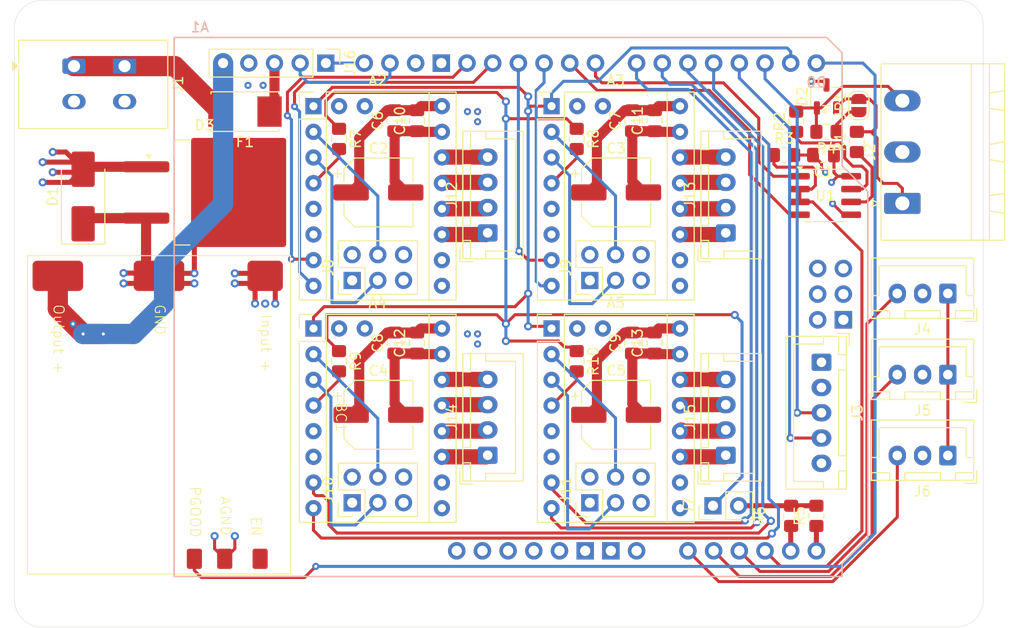
<source format=kicad_pcb>
(kicad_pcb (version 20241229) (generator "pcbnew") (generator_version "9.0")
  (title_block (title "MPC01") (date "2026-02-21") (rev "V0.1") (company "KTLA/Litec"))
  (layers (0 "F.Cu" signal "Front") (4 "In1.Cu" signal) (6 "In2.Cu" signal) (2 "B.Cu" signal "Back") (13 "F.Paste" user) (15 "B.Paste" user) (5 "F.SilkS" user) (7 "B.SilkS" user) (1 "F.Mask" user) (3 "B.Mask" user) (25 "Edge.Cuts" user))
  (net 0 "")
  (net 1 "EndstopY")
  (net 4 "STEP2")
  (net 5 "GND")
  (net 7 "DIR4")
  (net 9 "RS485_TX")
  (net 11 "DIR2")
  (net 12 "STEP3")
  (net 13 "RS485_DE{slash}RE")
  (net 17 "PGOOD")
  (net 18 "STEP1")
  (net 19 "RX")
  (net 20 "Motor2")
  (net 21 "DIR3")
  (net 22 "TX")
  (net 23 "DIR1")
  (net 24 "EndstopX")
  (net 25 "Motor1")
  (net 27 "5V")
  (net 29 "STEP4")
  (net 30 "RS485_RX")
  (net 31 "+3V3")
  (net 32 "EndstopZ")
  (net 34 "Net-(A2-MS1)")
  (net 35 "Net-(A2-B1)")
  (net 37 "Net-(A2-MS2)")
  (net 38 "+24V")
  (net 39 "Net-(A2-A1)")
  (net 40 "ENABLE")
  (net 42 "Net-(A2-A2)")
  (net 44 "Net-(A2-RX)")
  (net 45 "Net-(A2-B2)")
  (net 46 "Net-(A3-RX)")
  (net 47 "Net-(A3-MS1)")
  (net 49 "Net-(A3-A1)")
  (net 51 "Net-(A3-B2)")
  (net 52 "Net-(A3-MS2)")
  (net 53 "Net-(A3-A2)")
  (net 55 "Net-(A3-B1)")
  (net 59 "Net-(A4-A1)")
  (net 61 "Net-(A4-MS1)")
  (net 62 "Net-(A4-B2)")
  (net 63 "Net-(A4-MS2)")
  (net 64 "Net-(A4-B1)")
  (net 66 "Net-(A4-RX)")
  (net 67 "Net-(A4-A2)")
  (net 68 "Net-(A5-MS1)")
  (net 70 "Net-(A5-B2)")
  (net 72 "Net-(A5-A2)")
  (net 73 "Net-(A5-A1)")
  (net 74 "Net-(A5-B1)")
  (net 77 "Net-(A5-MS2)")
  (net 78 "Net-(A5-RX)")
  (net 80 "Net-(J1-Pin_1)")
  (net 81 "PDNUart")
  (net 82 "RS485_A")
  (net 83 "RS485_B")
  (net 84 "Net-(D2-A2)")
  (net 85 "Net-(D2-A1)")
  (net 86 "Net-(JP1-A)")
  (net 88 "Net-(J4-Pin_1)")
  (net 89 "Net-(J7-Pin_2)")
  (net 90 "Net-(J16-Pin_2)")
  (net 91 "Net-(J16-Pin_1)")
  (footprint "Jumper:SolderJumper-2_P1.3mm_Open_RoundedPad1.0x1.5mm" (layer "F.Cu") (at 147.7 53.4 90)
    (property "Reference" "JP1")
    (property "Value" "Jumper_2_Open")
  )
  (footprint "Resistor_SMD:R_0805_2012Metric_Pad1.20x1.40mm_HandSolder" (layer "F.Cu") (at 144.5 56 180)
    (property "Reference" "R4")
    (property "Value" "120R")
  )
  (footprint "MPC01_lib:TMC2209" (layer "F.Cu") (at 92.315 52)
    (property "Reference" "A2")
    (property "Value" "TMC2209")
  )
  (footprint "Resistor_SMD:R_0805_2012Metric_Pad1.20x1.40mm_HandSolder" (layer "F.Cu") (at 141.5 55 90)
    (property "Reference" "R2")
    (property "Value" "10R")
  )
  (footprint "MPC01_lib:DC-DC Step Down Buck Converter (6~24V to 5V16A)" (layer "F.Cu") (at 78.5 84 -90)
    (property "Reference" "BC1")
    (property "Value" "~")
  )
  (footprint "Capacitor_SMD:C_0805_2012Metric_Pad1.18x1.45mm_HandSolder" (layer "F.Cu") (at 104 54.9 90)
    (property "Reference" "C10")
    (property "Value" "4,7uF")
  )
  (footprint "Resistor_SMD:R_0805_2012Metric_Pad1.20x1.40mm_HandSolder" (layer "F.Cu") (at 119.8 56.7 -90)
    (property "Reference" "R8")
    (property "Value" "1K")
  )
  (footprint "MPC01_lib:PinHeader_2x03_P2.54mm_Vertical_ Pinorder" (layer "F.Cu") (at 121.1 70.7 90)
    (property "Reference" "J9")
    (property "Value" "Microstepping")
  )
  (footprint "TerminalBlock_WAGO:TerminalBlock_WAGO_2601-1102_1x02_P3.50mm_Horizontal" (layer "F.Cu") (at 70.1 49.5 -90)
    (property "Reference" "J1")
    (property "Value" "Power 24V")
  )
  (footprint "Connector_Phoenix_MSTB:PhoenixContact_MSTBA_2,5_3-G-5,08_1x03_P5.08mm_Horizontal" (layer "F.Cu") (at 152 63.08 90)
    (property "Reference" "J2")
    (property "Value" "Conn_01x03_Pin")
  )
  (footprint "MPC01_lib:TO-263-2_TabPin2" (layer "F.Cu") (at 84.875 62)
    (property "Reference" "D3")
    (property "Value" "STPS20SM60SG")
  )
  (footprint "Capacitor_SMD:CP_Elec_6.3x7.7" (layer "F.Cu") (at 123.7 62)
    (property "Reference" "C3")
    (property "Value" "100uf")
  )
  (footprint "Resistor_SMD:R_0805_2012Metric_Pad1.20x1.40mm_HandSolder" (layer "F.Cu") (at 147.5 57 90)
    (property "Reference" "R1")
    (property "Value" "10R")
  )
  (footprint "Connector_JST:JST_XH_B3B-XH-A_1x03_P2.50mm_Vertical" (layer "F.Cu") (at 156.5 80.025 180)
    (property "Reference" "J5")
    (property "Value" "Endstop Y")
  )
  (footprint "Capacitor_SMD:C_0805_2012Metric_Pad1.18x1.45mm_HandSolder" (layer "F.Cu") (at 127.5 54.9 90)
    (property "Reference" "C11")
    (property "Value" "4,7uF")
  )
  (footprint "MPC01_lib:TMC2209" (layer "F.Cu") (at 92.315 74)
    (property "Reference" "A4")
    (property "Value" "TMC2209")
  )
  (footprint "Package_SO:SOP-8_3.76x4.96mm_P1.27mm" (layer "F.Cu") (at 144.4 62.3)
    (property "Reference" "U1")
    (property "Value" "TP8485E-SR")
  )
  (footprint "Capacitor_SMD:C_0805_2012Metric_Pad1.18x1.45mm_HandSolder" (layer "F.Cu") (at 125.3 76.9 90)
    (property "Reference" "C9")
    (property "Value" "1uF")
  )
  (footprint "Connector_JST:JST_XH_B4B-XH-A_1x04_P2.50mm_Vertical" (layer "F.Cu") (at 111 88 90)
    (property "Reference" "J14")
    (property "Value" "StepMotor 3")
  )
  (footprint "Resistor_SMD:R_0805_2012Metric_Pad1.20x1.40mm_HandSolder" (layer "F.Cu") (at 143.5 94 90)
    (property "Reference" "R5")
    (property "Value" "1K")
  )
  (footprint "Diode_SMD:D_SMB_Handsoldering" (layer "F.Cu") (at 71 62.4 90)
    (property "Reference" "D1")
    (property "Value" "D_TVS")
  )
  (footprint "Connector_JST:JST_XH_B4B-XH-A_1x04_P2.50mm_Vertical" (layer "F.Cu") (at 134.54 88 90)
    (property "Reference" "J15")
    (property "Value" "StepMotor 4")
  )
  (footprint "Connector_JST:JST_XH_B4B-XH-A_1x04_P2.50mm_Vertical" (layer "F.Cu") (at 134.54 66 90)
    (property "Reference" "J13")
    (property "Value" "StepMotor 2")
  )
  (footprint "Resistor_SMD:R_0805_2012Metric_Pad1.20x1.40mm_HandSolder" (layer "F.Cu") (at 96.3 78.7 -90)
    (property "Reference" "R9")
    (property "Value" "1K")
  )
  (footprint "Resistor_SMD:R_0805_2012Metric_Pad1.20x1.40mm_HandSolder" (layer "F.Cu") (at 96.3 56.7 -90)
    (property "Reference" "R7")
    (property "Value" "1K")
  )
  (footprint "Connector_JST:JST_XH_B5B-XH-A_1x05_P2.50mm_Vertical" (layer "F.Cu") (at 144 78.8 -90)
    (property "Reference" "J3")
    (property "Value" "Servo Motor 1u2")
  )
  (footprint "Resistor_SMD:R_0805_2012Metric_Pad1.20x1.40mm_HandSolder" (layer "F.Cu") (at 119.8 78.7 -90)
    (property "Reference" "R10")
    (property "Value" "1K")
  )
  (footprint "Resistor_SMD:R_0805_2012Metric_Pad1.20x1.40mm_HandSolder" (layer "F.Cu") (at 141 94 90)
    (property "Reference" "R6")
    (property "Value" "1K")
  )
  (footprint "Capacitor_SMD:CP_Elec_6.3x7.7" (layer "F.Cu") (at 123.7 84)
    (property "Reference" "C5")
    (property "Value" "100uf")
  )
  (footprint "Capacitor_SMD:C_0805_2012Metric_Pad1.18x1.45mm_HandSolder" (layer "F.Cu") (at 127.5 76.9 90)
    (property "Reference" "C13")
    (property "Value" "4,7uF")
  )
  (footprint "Package_TO_SOT_SMD:SOT-23-3" (layer "F.Cu") (at 144.5 52.5 90)
    (property "Reference" "D2")
    (property "Value" "SM712_SOT23")
  )
  (footprint "Capacitor_SMD:C_0805_2012Metric_Pad1.18x1.45mm_HandSolder" (layer "F.Cu") (at 125.3 54.9 90)
    (property "Reference" "C7")
    (property "Value" "1uF")
  )
  (footprint "Connector_JST:JST_XH_B4B-XH-A_1x04_P2.50mm_Vertical" (layer "F.Cu") (at 111 66 90)
    (property "Reference" "J12")
    (property "Value" "StepMotor 1")
  )
  (footprint "Connector_PinHeader_2.54mm:PinHeader_1x05_P2.54mm_Vertical" (layer "F.Cu") (at 95 49.2 -90)
    (property "Reference" "J16")
    (property "Value" "Conn_01x05_Pin")
  )
  (footprint "Capacitor_SMD:C_0805_2012Metric_Pad1.18x1.45mm_HandSolder" (layer "F.Cu") (at 101.8 54.9 90)
    (property "Reference" "C6")
    (property "Value" "1uF")
  )
  (footprint "MPC01_lib:TMC2209" (layer "F.Cu") (at 115.855 52)
    (property "Reference" "A3")
    (property "Value" "TMC2209")
  )
  (footprint "Capacitor_SMD:C_0805_2012Metric_Pad1.18x1.45mm_HandSolder" (layer "F.Cu") (at 144.2 58.3 180)
    (property "Reference" "C1")
    (property "Value" "100n")
  )
  (footprint "Connector_PinHeader_2.54mm:PinHeader_1x02_P2.54mm_Vertical" (layer "F.Cu") (at 133.275 93 90)
    (property "Reference" "J7")
    (property "Value" "0Ohm Jumper")
  )
  (footprint "MPC01_lib:PinHeader_2x03_P2.54mm_Vertical_ Pinorder" (layer "F.Cu") (at 97.6 70.7 90)
    (property "Reference" "J8")
    (property "Value" "Microstepping")
  )
  (footprint "PCM_arduino-library:Arduino_Uno_R3_Shield" (layer "F.Cu") (at 80 100)
    (property "Reference" "A1")
    (property "Value" "Arduino_Uno_R3_Shield")
  )
  (footprint "Capacitor_SMD:CP_Elec_6.3x7.7" (layer "F.Cu") (at 100.2 84)
    (property "Reference" "C4")
    (property "Value" "100uf")
  )
  (footprint "Capacitor_SMD:C_0805_2012Metric_Pad1.18x1.45mm_HandSolder" (layer "F.Cu") (at 101.8 76.9 90)
    (property "Reference" "C8")
    (property "Value" "1uF")
  )
  (footprint "Fuse:Fuseholder_Littelfuse_Nano2_157x" (layer "F.Cu") (at 87 54 180)
    (property "Reference" "F1")
    (property "Value" "10A Sicherung Verpolung")
  )
  (footprint "Connector_JST:JST_XH_B3B-XH-A_1x03_P2.50mm_Vertical" (layer "F.Cu") (at 156.5 88.025 180)
    (property "Reference" "J6")
    (property "Value" "Endstop Z")
  )
  (footprint "Capacitor_SMD:CP_Elec_6.3x7.7" (layer "F.Cu") (at 100.2 62)
    (property "Reference" "C2")
    (property "Value" "100uf")
  )
  (footprint "MPC01_lib:PinHeader_2x03_P2.54mm_Vertical_ Pinorder" (layer "F.Cu") (at 97.6 92.7 90)
    (property "Reference" "J10")
    (property "Value" "Microstepping")
  )
  (footprint "Capacitor_SMD:C_0805_2012Metric_Pad1.18x1.45mm_HandSolder" (layer "F.Cu") (at 104 76.9 90)
    (property "Reference" "C12")
    (property "Value" "4,7uF")
  )
  (footprint "MPC01_lib:TMC2209" (layer "F.Cu") (at 115.855 74)
    (property "Reference" "A5")
    (property "Value" "TMC2209")
  )
  (footprint "MPC01_lib:PinHeader_2x03_P2.54mm_Vertical_ Pinorder" (layer "F.Cu") (at 121.1 92.7 90)
    (property "Reference" "J11")
    (property "Value" "Microstepping")
  )
  (footprint "Resistor_SMD:R_0805_2012Metric_Pad1.20x1.40mm_HandSolder" (layer "F.Cu") (at 140.3 58.3)
    (property "Reference" "R3")
    (property "Value" "10K")
  )
  (footprint "Connector_JST:JST_XH_B3B-XH-A_1x03_P2.50mm_Vertical" (layer "F.Cu") (at 156.5 72 180)
    (property "Reference" "J4")
    (property "Value" "Endstop X")
  )
  (gr_line (start 64.207108 45.707107) (end 64.207107 102.286744) (stroke (width 0.0381)) (layer "Edge.Cuts"))
  (gr_line (start 157.5858 43) (end 66.914214 43.000008) (stroke (width 0.0381)) (layer "Edge.Cuts"))
  (gr_arc (start 157.585786 43) (mid 159.292893 43.707107) (end 160 45.414214) (stroke (width 0.0381)) (layer "Edge.Cuts"))
  (gr_line (start 66.914214 105) (end 157.292893 105) (stroke (width 0.0381)) (layer "Edge.Cuts"))
  (gr_arc (start 160 102.292893) (mid 159.207107 104.207107) (end 157.292893 105) (stroke (width 0.0381)) (layer "Edge.Cuts"))
  (gr_arc (start 64.207107 45.707107) (mid 65 43.792893) (end 66.914214 43) (stroke (width 0.0381)) (layer "Edge.Cuts"))
  (gr_line (start 160 102.292893) (end 159.999999 45.414214) (stroke (width 0.0381)) (layer "Edge.Cuts"))
  (gr_arc (start 66.914214 105) (mid 65 104.207107) (end 64.207107 102.292893) (stroke (width 0.0381)) (layer "Edge.Cuts"))
  (segment (start 135.882 100.002) (end 133.34 97.46) (width 0.3) (layer "F.Cu") (net 1))
  (segment (start 149.002 95.91504) (end 144.91504 100.002) (width 0.3) (layer "F.Cu") (net 1))
  (segment (start 151.5 80.025) (end 149.002 82.523) (width 0.3) (layer "F.Cu") (net 1))
  (segment (start 144.91504 100.002) (end 135.882 100.002) (width 0.3) (layer "F.Cu") (net 1))
  (segment (start 149.002 82.523) (end 149.002 95.91504) (width 0.3) (layer "F.Cu") (net 1))
  (segment (start 114.1 67.8) (end 115 68.7) (width 0.3) (layer "F.Cu") (net 4))
  (segment (start 115 68.7) (end 117.315 68.7) (width 0.3) (layer "F.Cu") (net 4))
  (via (at 114.1 67.8) (size 0.8) (drill 0.4) (layers "F.Cu" "B.Cu") (net 4))
  (segment (start 114.036 49.2) (end 114.036 67.736) (width 0.3) (layer "B.Cu") (net 4))
  (segment (start 114.036 67.736) (end 114.1 67.8) (width 0.3) (layer "B.Cu") (net 4))
  (segment (start 101.8 77.9375) (end 101.8 82.9) (width 1) (layer "F.Cu") (net 5))
  (segment (start 130.015 56) (end 127.5625 56) (width 1) (layer "F.Cu") (net 5))
  (segment (start 82 66.375) (end 86.375 62) (width 0.5) (layer "F.Cu") (net 5))
  (segment (start 101.8 60.9) (end 102.9 62) (width 1) (layer "F.Cu") (net 5))
  (segment (start 77.225 68.975) (end 78.5 70.25) (width 1) (layer "F.Cu") (net 5))
  (segment (start 77.225 64.54) (end 71.56 64.54) (width 1) (layer "F.Cu") (net 5))
  (segment (start 77.225 64.54) (end 77.225 68.975) (width 1) (layer "F.Cu") (net 5))
  (segment (start 75 71) (end 77.75 71) (width 0.5) (layer "F.Cu") (net 5))
  (segment (start 125.3 60.9) (end 126.4 62) (width 1) (layer "F.Cu") (net 5))
  (segment (start 106.475 78) (end 104.0625 78) (width 1) (layer "F.Cu") (net 5))
  (segment (start 146.205 64.205) (end 146.9375 64.205) (width 0.3) (layer "F.Cu") (net 5))
  (segment (start 84 96) (end 84 97.25) (width 0.3) (layer "F.Cu") (net 5))
  (segment (start 78.75 70) (end 78.5 70.25) (width 0.5) (layer "F.Cu") (net 5))
  (segment (start 127.5 77.9375) (end 125.3 77.9375) (width 1) (layer "F.Cu") (net 5))
  (segment (start 125.3 55.9375) (end 125.3 60.9) (width 1) (layer "F.Cu") (net 5))
  (segment (start 127.5625 78) (end 127.5 77.9375) (width 1) (layer "F.Cu") (net 5))
  (segment (start 127.5625 56) (end 127.5 55.9375) (width 1) (layer "F.Cu") (net 5))
  (segment (start 104.0625 56) (end 104 55.9375) (width 1) (layer "F.Cu") (net 5))
  (segment (start 143 51) (end 144.1375 51) (width 0.3) (layer "F.Cu") (net 5))
  (segment (start 82 70) (end 78.75 70) (width 0.5) (layer "F.Cu") (net 5))
  (segment (start 77.75 71) (end 78.5 70.25) (width 0.5) (layer "F.Cu") (net 5))
  (segment (start 130.015 78) (end 127.5625 78) (width 1) (layer "F.Cu") (net 5))
  (segment (start 127.5 55.9375) (end 125.3 55.9375) (width 1) (layer "F.Cu") (net 5))
  (segment (start 143.1625 58.3) (end 141.3 58.3) (width 0.3) (layer "F.Cu") (net 5))
  (segment (start 104.0625 78) (end 104 77.9375) (width 1) (layer "F.Cu") (net 5))
  (segment (start 125.3 82.9) (end 126.4 84) (width 1) (layer "F.Cu") (net 5))
  (segment (start 125.3 77.9375) (end 125.3 82.9) (width 1) (layer "F.Cu") (net 5))
  (segment (start 79.75 69) (end 78.5 70.25) (width 0.5) (layer "F.Cu") (net 5))
  (segment (start 78.226636 69.976636) (end 78.5 70.25) (width 0.5) (layer "F.Cu") (net 5))
  (segment (start 101.8 55.9375) (end 101.8 60.9) (width 1) (layer "F.Cu") (net 5))
  (segment (start 144 59.6) (end 144 59.1375) (width 0.3) (layer "F.Cu") (net 5))
  (segment (start 84 97.25) (end 85 98.25) (width 0.3) (layer "F.Cu") (net 5))
  (segment (start 101.8 82.9) (end 102.9 84) (width 1) (layer "F.Cu") (net 5))
  (segment (start 144.4 60) (end 144 59.6) (width 0.3) (layer "F.Cu") (net 5))
  (segment (start 144.1375 51) (end 144.5 51.3625) (width 0.3) (layer "F.Cu") (net 5))
  (segment (start 101.8 77.9375) (end 104 77.9375) (width 1) (layer "F.Cu") (net 5))
  (segment (start 86 96) (end 86 97.25) (width 0.3) (layer "F.Cu") (net 5))
  (segment (start 82 71) (end 79.25 71) (width 0.5) (layer "F.Cu") (net 5))
  (segment (start 77.25 69) (end 78.5 70.25) (width 0.5) (layer "F.Cu") (net 5))
  (segment (start 144 59.1375) (end 143.1625 58.3) (width 0.3) (layer "F.Cu") (net 5))
  (segment (start 71.56 64.54) (end 71 65.1) (width 1) (layer "F.Cu") (net 5))
  (segment (start 101.8 55.9375) (end 104 55.9375) (width 1) (layer "F.Cu") (net 5))
  (segment (start 106.475 56) (end 104.0625 56) (width 1) (layer "F.Cu") (net 5))
  (segment (start 145.1 63.1) (end 146.205 64.205) (width 0.3) (layer "F.Cu") (net 5))
  (segment (start 82 70) (end 82 66.375) (width 0.5) (layer "F.Cu") (net 5))
  (segment (start 86 97.25) (end 85 98.25) (width 0.3) (layer "F.Cu") (net 5))
  (segment (start 75 69.976636) (end 78.226636 69.976636) (width 0.5) (layer "F.Cu") (net 5))
  (segment (start 79.25 71) (end 78.5 70.25) (width 0.5) (layer "F.Cu") (net 5))
  (via (at 144.4 60) (size 0.7) (drill 0.3) (layers "F.Cu" "B.Cu") (net 5))
  (via (at 145.1 63.1) (size 0.7) (drill 0.3) (layers "F.Cu" "B.Cu") (net 5))
  (via (at 143 51) (size 0.7) (drill 0.3) (layers "F.Cu" "B.Cu") (net 5))
  (via (at 82 71) (size 0.8) (drill 0.4) (layers "F.Cu" "B.Cu") (net 5))
  (via (at 86 96) (size 0.8) (drill 0.4) (layers "F.Cu" "B.Cu") (net 5))
  (via (at 75 69.976636) (size 0.8) (drill 0.4) (layers "F.Cu" "B.Cu") (net 5))
  (via (at 82 70) (size 0.8) (drill 0.4) (layers "F.Cu" "B.Cu") (net 5))
  (via (at 75 71) (size 0.8) (drill 0.4) (layers "F.Cu" "B.Cu") (net 5))
  (via (at 84 96) (size 0.8) (drill 0.4) (layers "F.Cu" "B.Cu") (net 5))
  (segment (start 117.315 94.265) (end 117.315 93.24) (width 0.3) (layer "F.Cu") (net 7))
  (segment (start 118.248 95.198) (end 117.315 94.265) (width 0.3) (layer "F.Cu") (net 7))
  (segment (start 137.625 94.625) (end 137.052 95.198) (width 0.3) (layer "F.Cu") (net 7))
  (segment (start 137.052 95.198) (end 118.248 95.198) (width 0.3) (layer "F.Cu") (net 7))
  (via (at 137.625 94.625) (size 0.8) (drill 0.4) (layers "F.Cu" "B.Cu") (net 7))
  (segment (start 131.149 51.299) (end 137.6 57.75) (width 0.3) (layer "B.Cu") (net 7))
  (segment (start 128.26 50.56) (end 128.999 51.299) (width 0.3) (layer "B.Cu") (net 7))
  (segment (start 128.999 51.299) (end 131.149 51.299) (width 0.3) (layer "B.Cu") (net 7))
  (segment (start 128.26 49.2) (end 128.26 50.56) (width 0.3) (layer "B.Cu") (net 7))
  (segment (start 137.6 57.75) (end 137.6 94.6) (width 0.3) (layer "B.Cu") (net 7))
  (segment (start 137.6 94.6) (end 137.625 94.625) (width 0.3) (layer "B.Cu") (net 7))
  (segment (start 136.9 60.229999) (end 140.875001 64.205) (width 0.3) (layer "F.Cu") (net 9))
  (segment (start 121.816 51.9) (end 132.9 51.9) (width 0.3) (layer "F.Cu") (net 9))
  (segment (start 136.9 55.9) (end 136.9 60.229999) (width 0.3) (layer "F.Cu") (net 9))
  (segment (start 119.116 49.2) (end 121.816 51.9) (width 0.3) (layer "F.Cu") (net 9))
  (segment (start 140.875001 64.205) (end 141.8625 64.205) (width 0.3) (layer "F.Cu") (net 9))
  (segment (start 132.9 51.9) (end 136.9 55.9) (width 0.3) (layer "F.Cu") (net 9))
  (segment (start 115.8 51.9) (end 115.8 70.8) (width 0.3) (layer "B.Cu") (net 11))
  (segment (start 116.576 49.2) (end 116.576 51.124) (width 0.3) (layer "B.Cu") (net 11))
  (segment (start 116.24 71.24) (end 117.315 71.24) (width 0.3) (layer "B.Cu") (net 11))
  (segment (start 116.576 51.124) (end 115.8 51.9) (width 0.3) (layer "B.Cu") (net 11))
  (segment (start 115.8 70.8) (end 116.24 71.24) (width 0.3) (layer "B.Cu") (net 11))
  (segment (start 96.099 95.699) (end 95.3 94.9) (width 0.3) (layer "F.Cu") (net 12))
  (segment (start 137.801 95.699) (end 96.099 95.699) (width 0.3) (layer "F.Cu") (net 12))
  (segment (start 95.3 94.9) (end 95.3 92.6) (width 0.3) (layer "F.Cu") (net 12))
  (segment (start 93.775 91.775) (end 93.775 90.7) (width 0.3) (layer "F.Cu") (net 12))
  (segment (start 94.7 92) (end 94 92) (width 0.3) (layer "F.Cu") (net 12))
  (segment (start 139 94.5) (end 137.801 95.699) (width 0.3) (layer "F.Cu") (net 12))
  (segment (start 95.3 92.6) (end 94.7 92) (width 0.3) (layer "F.Cu") (net 12))
  (segment (start 94 92) (end 93.775 91.775) (width 0.3) (layer "F.Cu") (net 12))
  (via (at 139 94.5) (size 0.8) (drill 0.4) (layers "F.Cu" "B.Cu") (net 12))
  (segment (start 130.8 50.1) (end 130.8 49.2) (width 0.3) (layer "B.Cu") (net 12))
  (segment (start 139 94.5) (end 138.2 93.7) (width 0.3) (layer "B.Cu") (net 12))
  (segment (start 138.2 57.5) (end 130.8 50.1) (width 0.3) (layer "B.Cu") (net 12))
  (segment (start 138.2 93.7) (end 138.2 57.5) (width 0.3) (layer "B.Cu") (net 12))
  (segment (start 143.1 59.5) (end 139.6 59.5) (width 0.3) (layer "F.Cu") (net 13))
  (segment (start 143.4 61.3) (end 143.4 59.8) (width 0.3) (layer "F.Cu") (net 13))
  (segment (start 141.8625 61.665) (end 143.035 61.665) (width 0.3) (layer "F.Cu") (net 13))
  (segment (start 141.8625 62.935) (end 141.8625 61.665) (width 0.3) (layer "F.Cu") (net 13))
  (segment (start 139.3 59.2) (end 139.3 58.3) (width 0.3) (layer "F.Cu") (net 13))
  (segment (start 148 67.8) (end 148 95.5) (width 0.3) (layer "F.Cu") (net 13))
  (segment (start 141.8625 62.935) (end 143.135 62.935) (width 0.3) (layer "F.Cu") (net 13))
  (segment (start 139.96 99) (end 138.42 97.46) (width 0.3) (layer "F.Cu") (net 13))
  (segment (start 148 95.5) (end 144.5 99) (width 0.3) (layer "F.Cu") (net 13))
  (segment (start 143.035 61.665) (end 143.4 61.3) (width 0.3) (layer "F.Cu") (net 13))
  (segment (start 143.4 59.8) (end 143.1 59.5) (width 0.3) (layer "F.Cu") (net 13))
  (segment (start 143.135 62.935) (end 148 67.8) (width 0.3) (layer "F.Cu") (net 13))
  (segment (start 139.6 59.5) (end 139.3 59.2) (width 0.3) (layer "F.Cu") (net 13))
  (segment (start 144.5 99) (end 139.96 99) (width 0.3) (layer "F.Cu") (net 13))
  (segment (start 94 99) (end 92.9 100.1) (width 0.3) (layer "F.Cu") (net 17))
  (segment (start 82 99.4) (end 82 98.25) (width 0.3) (layer "F.Cu") (net 17))
  (segment (start 92.9 100.1) (end 82.7 100.1) (width 0.3) (layer "F.Cu") (net 17))
  (segment (start 82.7 100.1) (end 82 99.4) (width 0.3) (layer "F.Cu") (net 17))
  (via (at 94 99) (size 0.7) (drill 0.3) (layers "F.Cu" "B.Cu") (net 17))
  (segment (start 149.3 50.4) (end 149.3 95.7) (width 0.3) (layer "B.Cu") (net 17))
  (segment (start 149.3 95.7) (end 146 99) (width 0.3) (layer "B.Cu") (net 17))
  (segment (start 146 99) (end 94 99) (width 0.3) (layer "B.Cu") (net 17))
  (segment (start 148.1 49.2) (end 149.3 50.4) (width 0.3) (layer "B.Cu") (net 17))
  (segment (start 143.5 49.2) (end 148.1 49.2) (width 0.3) (layer "B.Cu") (net 17))
  (segment (start 91.6 68.6) (end 93.675 68.6) (width 0.3) (layer "F.Cu") (net 18))
  (segment (start 107.557 50.599) (end 108.956 49.2) (width 0.3) (layer "F.Cu") (net 18))
  (segment (start 93.675 68.6) (end 93.775 68.7) (width 0.3) (layer "F.Cu") (net 18))
  (segment (start 92.692479 50.599) (end 107.557 50.599) (width 0.3) (layer "F.Cu") (net 18))
  (segment (start 91.2 54.4) (end 91.2 52.091479) (width 0.3) (layer "F.Cu") (net 18))
  (segment (start 91.2 52.091479) (end 92.692479 50.599) (width 0.3) (layer "F.Cu") (net 18))
  (via (at 91.6 68.6) (size 0.7) (drill 0.3) (layers "F.Cu" "B.Cu") (net 18))
  (via (at 91.2 54.4) (size 0.7) (drill 0.3) (layers "F.Cu" "B.Cu") (net 18))
  (segment (start 91.2 54.4) (end 91.6 54.8) (width 0.3) (layer "B.Cu") (net 18))
  (segment (start 91.6 54.8) (end 91.6 68.6) (width 0.3) (layer "B.Cu") (net 18))
  (segment (start 143.5 95) (end 143.5 97.46) (width 0.5) (layer "F.Cu") (net 19))
  (segment (start 144 86.3) (end 140.95 86.3) (width 0.3) (layer "F.Cu") (net 20))
  (via (at 140.95 86.3) (size 0.8) (drill 0.4) (layers "F.Cu" "B.Cu") (net 20))
  (segment (start 140.85 86.2) (end 140.95 86.3) (width 0.3) (layer "B.Cu") (net 20))
  (segment (start 135.88 49.2) (end 135.88 50.68) (width 0.3) (layer "B.Cu") (net 20))
  (segment (start 140.85 55.65) (end 140.85 86.2) (width 0.3) (layer "B.Cu") (net 20))
  (segment (start 135.88 50.68) (end 140.85 55.65) (width 0.3) (layer "B.Cu") (net 20))
  (segment (start 94.55 96.2) (end 93.775 95.425) (width 0.3) (layer "F.Cu") (net 21))
  (segment (start 93.775 95.425) (end 93.775 93.24) (width 0.3) (layer "F.Cu") (net 21))
  (segment (start 138.65 96.2) (end 94.55 96.2) (width 0.3) (layer "F.Cu") (net 21))
  (segment (start 139.1 95.75) (end 138.65 96.2) (width 0.3) (layer "F.Cu") (net 21))
  (via (at 139.1 95.75) (size 0.8) (drill 0.4) (layers "F.Cu" "B.Cu") (net 21))
  (segment (start 133.34 51.79) (end 138.8 57.25) (width 0.3) (layer "B.Cu") (net 21))
  (segment (start 133.34 49.2) (end 133.34 51.79) (width 0.3) (layer "B.Cu") (net 21))
  (segment (start 139.751 93.251) (end 139.751 95.099) (width 0.3) (layer "B.Cu") (net 21))
  (segment (start 139.751 95.099) (end 139.1 95.75) (width 0.3) (layer "B.Cu") (net 21))
  (segment (start 138.8 92.3) (end 139.751 93.251) (width 0.3) (layer "B.Cu") (net 21))
  (segment (start 138.8 57.25) (end 138.8 92.3) (width 0.3) (layer "B.Cu") (net 21))
  (segment (start 140.96 97.46) (end 140.96 95.04) (width 0.5) (layer "F.Cu") (net 22))
  (segment (start 140.96 95.04) (end 141 95) (width 0.5) (layer "F.Cu") (net 22))
  (segment (start 91.9 53.5) (end 91.9 52.1) (width 0.3) (layer "F.Cu") (net 23))
  (segment (start 109.596 51.1) (end 111.496 49.2) (width 0.3) (layer "F.Cu") (net 23))
  (segment (start 91.9 52.1) (end 92.9 51.1) (width 0.3) (layer "F.Cu") (net 23))
  (segment (start 92.9 51.1) (end 109.596 51.1) (width 0.3) (layer "F.Cu") (net 23))
  (via (at 91.9 53.5) (size 0.7) (drill 0.3) (layers "F.Cu" "B.Cu") (net 23))
  (segment (start 92.4 54) (end 92.4 69.865) (width 0.3) (layer "B.Cu") (net 23))
  (segment (start 92.4 69.865) (end 93.775 71.24) (width 0.3) (layer "B.Cu") (net 23))
  (segment (start 91.9 53.5) (end 92.4 54) (width 0.3) (layer "B.Cu") (net 23))
  (segment (start 148.501 74.999) (end 148.501 95.70752) (width 0.3) (layer "F.Cu") (net 24))
  (segment (start 137.921 99.501) (end 135.88 97.46) (width 0.3) (layer "F.Cu") (net 24))
  (segment (start 148.501 95.70752) (end 144.70752 99.501) (width 0.3) (layer "F.Cu") (net 24))
  (segment (start 151.5 72) (end 148.501 74.999) (width 0.3) (layer "F.Cu") (net 24))
  (segment (start 144.70752 99.501) (end 137.921 99.501) (width 0.3) (layer "F.Cu") (net 24))
  (segment (start 144 83.8) (end 141.6 83.8) (width 0.3) (layer "F.Cu") (net 25))
  (via (at 141.6 83.8) (size 0.8) (drill 0.4) (layers "F.Cu" "B.Cu") (net 25))
  (segment (start 141.6 53.935) (end 138.42 50.755) (width 0.3) (layer "B.Cu") (net 25))
  (segment (start 141.6 83.8) (end 141.6 53.935) (width 0.3) (layer "B.Cu") (net 25))
  (segment (start 138.42 50.755) (end 138.42 49.2) (width 0.3) (layer "B.Cu") (net 25))
  (segment (start 145.595 60.395) (end 145.2375 60.0375) (width 0.3) (layer "F.Cu") (net 27))
  (segment (start 145.605 60.395) (end 146.9375 60.395) (width 0.3) (layer "F.Cu") (net 27))
  (segment (start 70 75) (end 68.5 73.5) (width 2) (layer "F.Cu") (net 27))
  (segment (start 145 61) (end 145.605 60.395) (width 0.3) (layer "F.Cu") (net 27))
  (segment (start 145.2375 60.0375) (end 145.2375 58.3) (width 0.3) (layer "F.Cu") (net 27))
  (segment (start 70 75) (end 71 76) (width 2) (layer "F.Cu") (net 27))
  (segment (start 71 76) (end 73 76) (width 2) (layer "F.Cu") (net 27))
  (segment (start 68.5 73.5) (end 68.5 70.25) (width 2) (layer "F.Cu") (net 27))
  (segment (start 146.9375 60.395) (end 145.595 60.395) (width 0.3) (layer "F.Cu") (net 27))
  (via (at 71 76) (size 0.7) (drill 0.3) (layers "F.Cu" "B.Cu") (net 27))
  (via (at 145 61) (size 0.7) (drill 0.3) (layers "F.Cu" "B.Cu") (net 27))
  (via (at 70 75) (size 0.7) (drill 0.3) (layers "F.Cu" "B.Cu") (net 27))
  (via (at 73 76) (size 0.7) (drill 0.3) (layers "F.Cu" "B.Cu") (net 27))
  (segment (start 73 76) (end 76 76) (width 2) (layer "B.Cu") (net 27))
  (segment (start 71 76) (end 73 76) (width 2) (layer "B.Cu") (net 27))
  (segment (start 79 73) (end 79 69) (width 2) (layer "B.Cu") (net 27))
  (segment (start 84.84 63.16) (end 84.84 49.2) (width 2) (layer "B.Cu") (net 27))
  (segment (start 76 76) (end 79 73) (width 2) (layer "B.Cu") (net 27))
  (segment (start 79 69) (end 84.84 63.16) (width 2) (layer "B.Cu") (net 27))
  (segment (start 136.201 94.697) (end 120.695 94.697) (width 0.3) (layer "F.Cu") (net 29))
  (segment (start 136.45 94.448) (end 136.201 94.697) (width 0.3) (layer "F.Cu") (net 29))
  (segment (start 117.315 91.317) (end 117.315 90.7) (width 0.3) (layer "F.Cu") (net 29))
  (segment (start 120.695 94.697) (end 117.315 91.317) (width 0.3) (layer "F.Cu") (net 29))
  (via (at 136.45 94.448) (size 0.8) (drill 0.4) (layers "F.Cu" "B.Cu") (net 29))
  (segment (start 126.8 51.8) (end 130.8 51.8) (width 0.3) (layer "B.Cu") (net 29))
  (segment (start 125.72 49.2) (end 125.72 50.72) (width 0.3) (layer "B.Cu") (net 29))
  (segment (start 125.72 50.72) (end 126.8 51.8) (width 0.3) (layer "B.Cu") (net 29))
  (segment (start 137.05 93.848) (end 136.45 94.448) (width 0.3) (layer "B.Cu") (net 29))
  (segment (start 130.8 51.8) (end 137.05 58.05) (width 0.3) (layer "B.Cu") (net 29))
  (segment (start 137.05 58.05) (end 137.05 93.848) (width 0.3) (layer "B.Cu") (net 29))
  (segment (start 139.245 60.395) (end 141.8625 60.395) (width 0.3) (layer "F.Cu") (net 30))
  (segment (start 121.656 49.2) (end 121.656 50.506) (width 0.3) (layer "F.Cu") (net 30))
  (segment (start 121.656 50.506) (end 122.3 51.15) (width 0.3) (layer "F.Cu") (net 30))
  (segment (start 137.8 54.65) (end 137.8 58.95) (width 0.3) (layer "F.Cu") (net 30))
  (segment (start 134.3 51.15) (end 137.8 54.65) (width 0.3) (layer "F.Cu") (net 30))
  (segment (start 137.8 58.95) (end 139.245 60.395) (width 0.3) (layer "F.Cu") (net 30))
  (segment (start 122.3 51.15) (end 134.3 51.15) (width 0.3) (layer "F.Cu") (net 30))
  (segment (start 133.843 100.503) (end 130.8 97.46) (width 0.3) (layer "F.Cu") (net 32))
  (segment (start 151.5 88.025) (end 151.5 94.12556) (width 0.3) (layer "F.Cu") (net 32))
  (segment (start 145.12256 100.503) (end 133.843 100.503) (width 0.3) (layer "F.Cu") (net 32))
  (segment (start 151.5 94.12556) (end 145.12256 100.503) (width 0.3) (layer "F.Cu") (net 32))
  (segment (start 100.14 62.365) (end 93.775 56) (width 0.3) (layer "B.Cu") (net 34))
  (segment (start 100.14 68.16) (end 100.14 62.365) (width 0.3) (layer "B.Cu") (net 34))
  (segment (start 106.475 63.62) (end 110.88 63.62) (width 1.5) (layer "F.Cu") (net 35))
  (segment (start 110.88 63.62) (end 111 63.5) (width 1.5) (layer "F.Cu") (net 35))
  (segment (start 93.775 58.54) (end 95.6 60.365) (width 0.3) (layer "B.Cu") (net 37))
  (segment (start 95.6 72.9) (end 97.94 72.9) (width 0.3) (layer "B.Cu") (net 37))
  (segment (start 97.94 72.9) (end 100.14 70.7) (width 0.3) (layer "B.Cu") (net 37))
  (segment (start 95.6 60.365) (end 95.6 72.9) (width 0.3) (layer "B.Cu") (net 37))
  (segment (start 88 71.25) (end 89 70.25) (width 0.5) (layer "F.Cu") (net 38))
  (segment (start 125.3 53.8625) (end 124.575 53.8625) (width 1) (layer "F.Cu") (net 38))
  (segment (start 89.92 49.2) (end 89.92 53.51) (width 1) (layer "F.Cu") (net 38))
  (segment (start 87.75 69) (end 89 70.25) (width 0.5) (layer "F.Cu") (net 38))
  (segment (start 106.475 53.46) (end 104.4025 53.46) (width 1) (layer "F.Cu") (net 38))
  (segment (start 127.5 75.8625) (end 125.3 75.8625) (width 1) (layer "F.Cu") (net 38))
  (segment (start 67 59) (end 70.3 59) (width 0.5) (layer "F.Cu") (net 38))
  (segment (start 68 58) (end 69.3 58) (width 0.5) (layer "F.Cu") (net 38))
  (segment (start 77.225 59.46) (end 71.24 59.46) (width 1) (layer "F.Cu") (net 38))
  (segment (start 121.8 56.6375) (end 121.8 61.2) (width 1) (layer "F.Cu") (net 38))
  (segment (start 89.92 53.51) (end 89.43 54) (width 1) (layer "F.Cu") (net 38))
  (segment (start 104.4025 75.46) (end 104 75.8625) (width 1) (layer "F.Cu") (net 38))
  (segment (start 67 61) (end 69.7 61) (width 0.5) (layer "F.Cu") (net 38))
  (segment (start 86 70) (end 88.75 70) (width 0.5) (layer "F.Cu") (net 38))
  (segment (start 88.25 71) (end 89 70.25) (width 0.5) (layer "F.Cu") (net 38))
  (segment (start 69.3 58) (end 71 59.7) (width 0.5) (layer "F.Cu") (net 38))
  (segment (start 127.9025 53.46) (end 127.5 53.8625) (width 1) (layer "F.Cu") (net 38))
  (segment (start 101.075 53.8625) (end 98.3 56.6375) (width 1) (layer "F.Cu") (net 38))
  (segment (start 101.075 75.8625) (end 98.3 78.6375) (width 1) (layer "F.Cu") (net 38))
  (segment (start 104 75.8625) (end 101.8 75.8625) (width 1) (layer "F.Cu") (net 38))
  (segment (start 124.5375 75.8625) (end 121.8 78.6) (width 1) (layer "F.Cu") (net 38))
  (segment (start 127.5 53.8625) (end 125.3 53.8625) (width 1) (layer "F.Cu") (net 38))
  (segment (start 70.3 59) (end 71 59.7) (width 0.5) (layer "F.Cu") (net 38))
  (segment (start 121.8 83.2) (end 121 84) (width 1) (layer "F.Cu") (net 38))
  (segment (start 98.3 56.6375) (end 98.3 61.2) (width 1) (layer "F.Cu") (net 38))
  (segment (start 121.8 78.6) (end 121.8 83.2) (width 1) (layer "F.Cu") (net 38))
  (segment (start 68 60) (end 70.7 60) (width 0.5) (layer "F.Cu") (net 38))
  (segment (start 98.3 78.6375) (end 98.3 83.2) (width 1) (layer "F.Cu") (net 38))
  (segment (start 125.3 75.8625) (end 124.5375 75.8625) (width 1) (layer "F.Cu") (net 38))
  (segment (start 130.015 53.46) (end 127.9025 53.46) (width 1) (layer "F.Cu") (net 38))
  (segment (start 106.475 75.46) (end 104.4025 75.46) (width 1) (layer "F.Cu") (net 38))
  (segment (start 98.3 83.2) (end 97.5 84) (width 1) (layer "F.Cu") (net 38))
  (segment (start 70.7 60) (end 71 59.7) (width 0.5) (layer "F.Cu") (net 38))
  (segment (start 104.4025 53.46) (end 104 53.8625) (width 1) (layer "F.Cu") (net 38))
  (segment (start 88.75 70) (end 89 70.25) (width 0.5) (layer "F.Cu") (net 38))
  (segment (start 90 71.25) (end 89 70.25) (width 0.5) (layer "F.Cu") (net 38))
  (segment (start 101.8 75.8625) (end 101.075 75.8625) (width 1) (layer "F.Cu") (net 38))
  (segment (start 129.8125 53.6625) (end 130.015 53.46) (width 1) (layer "F.Cu") (net 38))
  (segment (start 101.8 53.8625) (end 101.075 53.8625) (width 1) (layer "F.Cu") (net 38))
  (segment (start 127.9025 75.46) (end 127.5 75.8625) (width 1) (layer "F.Cu") (net 38))
  (segment (start 104 53.8625) (end 101.8 53.8625) (width 1) (layer "F.Cu") (net 38))
  (segment (start 86 71) (end 88.25 71) (width 0.5) (layer "F.Cu") (net 38))
  (segment (start 130.015 75.46) (end 127.9025 75.46) (width 1) (layer "F.Cu") (net 38))
  (segment (start 121.8 61.2) (end 121 62) (width 1) (layer "F.Cu") (net 38))
  (segment (start 90 73) (end 90 71.25) (width 0.5) (layer "F.Cu") (net 38))
  (segment (start 98.3 61.2) (end 97.5 62) (width 1) (layer "F.Cu") (net 38))
  (segment (start 71.24 59.46) (end 71 59.7) (width 1) (layer "F.Cu") (net 38))
  (segment (start 69.7 61) (end 71 59.7) (width 0.5) (layer "F.Cu") (net 38))
  (segment (start 124.575 53.8625) (end 121.8 56.6375) (width 1) (layer "F.Cu") (net 38))
  (segment (start 88 73) (end 88 71.25) (width 0.5) (layer "F.Cu") (net 38))
  (via (at 68 58) (size 0.8) (drill 0.4) (layers "F.Cu" "B.Cu") (net 38))
  (via (at 86 71) (size 0.8) (drill 0.4) (layers "F.Cu" "B.Cu") (net 38))
  (via (at 110 54) (size 0.7) (drill 0.3) (layers "F.Cu" "B.Cu") (net 38))
  (via (at 68 60) (size 0.8) (drill 0.4) (layers "F.Cu" "B.Cu") (net 38))
  (via (at 90 73) (size 0.8) (drill 0.4) (layers "F.Cu" "B.Cu") (net 38))
  (via (at 109 76) (size 0.7) (drill 0.3) (layers "F.Cu" "B.Cu") (net 38))
  (via (at 89 73) (size 0.8) (drill 0.4) (layers "F.Cu" "B.Cu") (net 38))
  (via (at 86 70) (size 0.8) (drill 0.4) (layers "F.Cu" "B.Cu") (net 38))
  (via (at 109 54) (size 0.7) (drill 0.3) (layers "F.Cu" "B.Cu") (net 38))
  (via (at 88 73) (size 0.8) (drill 0.4) (layers "F.Cu" "B.Cu") (net 38))
  (via (at 110 76) (size 0.7) (drill 0.3) (layers "F.Cu" "B.Cu") (net 38))
  (via (at 110 77) (size 0.7) (drill 0.3) (layers "F.Cu" "B.Cu") (net 38))
  (via (at 67 59) (size 0.8) (drill 0.4) (layers "F.Cu" "B.Cu") (net 38))
  (via (at 110 55) (size 0.7) (drill 0.3) (layers "F.Cu" "B.Cu") (net 38))
  (via (at 87.3 51.4) (size 0.7) (drill 0.3) (layers "F.Cu" "B.Cu") (net 38))
  (via (at 88.8 51.4) (size 0.7) (drill 0.3) (layers "F.Cu" "B.Cu") (net 38))
  (via (at 67 61) (size 0.8) (drill 0.4) (layers "F.Cu" "B.Cu") (net 38))
  (segment (start 111 61) (end 106.555 61) (width 1.5) (layer "F.Cu") (net 39))
  (segment (start 106.555 61) (end 106.475 61.08) (width 1.5) (layer "F.Cu") (net 39))
  (segment (start 113.7 73.3) (end 94.835 73.3) (width 0.3) (layer "F.Cu") (net 40))
  (segment (start 114.1 51.6) (end 95.635 51.6) (width 0.3) (layer "F.Cu") (net 40))
  (segment (start 115 72) (end 113.7 73.3) (width 0.3) (layer "F.Cu") (net 40))
  (segment (start 115 53.95) (end 115 53.7) (width 0.3) (layer "F.Cu") (net 40))
  (segment (start 95.635 51.6) (end 93.775 53.46) (width 0.3) (layer "F.Cu") (net 40))
  (segment (start 94.835 73.3) (end 93.775 74.36) (width 0.3) (layer "F.Cu") (net 40))
  (segment (start 117.105 75.25) (end 117.315 75.46) (width 0.3) (layer "F.Cu") (net 40))
  (segment (start 115 75.25) (end 117.105 75.25) (width 0.3) (layer "F.Cu") (net 40))
  (segment (start 115 53.7) (end 115.24 53.46) (width 0.3) (layer "F.Cu") (net 40))
  (segment (start 115.24 53.46) (end 117.315 53.46) (width 0.3) (layer "F.Cu") (net 40))
  (segment (start 93.775 74.36) (end 93.775 75.46) (width 0.3) (layer "F.Cu") (net 40))
  (segment (start 115 52.5) (end 114.1 51.6) (width 0.3) (layer "F.Cu") (net 40))
  (via (at 115 52.5) (size 0.8) (drill 0.4) (layers "F.Cu" "B.Cu") (net 40))
  (via (at 115 75.25) (size 0.8) (drill 0.4) (layers "F.Cu" "B.Cu") (net 40))
  (via (at 115 53.95) (size 0.8) (drill 0.4) (layers "F.Cu" "B.Cu") (net 40))
  (via (at 115 72) (size 0.8) (drill 0.4) (layers "F.Cu" "B.Cu") (net 40))
  (segment (start 140.6 47.7) (end 125.2 47.7) (width 0.3) (layer "B.Cu") (net 40))
  (segment (start 115 53.95) (end 115 72) (width 0.3) (layer "B.Cu") (net 40))
  (segment (start 125.2 47.7) (end 121.9 51) (width 0.3) (layer "B.Cu") (net 40))
  (segment (start 140.96 48.06) (end 140.6 47.7) (width 0.3) (layer "B.Cu") (net 40))
  (segment (start 140.96 49.2) (end 140.96 48.06) (width 0.3) (layer "B.Cu") (net 40))
  (segment (start 117.315 52.185) (end 117.315 53.46) (width 0.3) (layer "B.Cu") (net 40))
  (segment (start 121.9 51) (end 118.5 51) (width 0.3) (layer "B.Cu") (net 40))
  (segment (start 115 72) (end 115 75.25) (width 0.3) (layer "B.Cu") (net 40))
  (segment (start 118.5 51) (end 117.315 52.185) (width 0.3) (layer "B.Cu") (net 40))
  (segment (start 115 52.5) (end 115 53.95) (width 0.3) (layer "B.Cu") (net 40))
  (segment (start 106.515 58.5) (end 106.475 58.54) (width 1.5) (layer "F.Cu") (net 42))
  (segment (start 111 58.5) (end 106.515 58.5) (width 1.5) (layer "F.Cu") (net 42))
  (segment (start 93.775 61.08) (end 96.3 58.555) (width 0.3) (layer "F.Cu") (net 44))
  (segment (start 96.3 58.555) (end 96.3 57.7) (width 0.3) (layer "F.Cu") (net 44))
  (segment (start 106.475 66.16) (end 110.84 66.16) (width 1.5) (layer "F.Cu") (net 45))
  (segment (start 110.84 66.16) (end 111 66) (width 1.5) (layer "F.Cu") (net 45))
  (segment (start 119.8 58.595) (end 119.8 57.7) (width 0.3) (layer "F.Cu") (net 46))
  (segment (start 117.315 61.08) (end 119.8 58.595) (width 0.3) (layer "F.Cu") (net 46))
  (segment (start 123.64 62.325) (end 117.315 56) (width 0.3) (layer "B.Cu") (net 47))
  (segment (start 123.64 68.16) (end 123.64 62.325) (width 0.3) (layer "B.Cu") (net 47))
  (segment (start 134.54 61) (end 130.095 61) (width 1.5) (layer "F.Cu") (net 49))
  (segment (start 130.095 61) (end 130.015 61.08) (width 1.5) (layer "F.Cu") (net 49))
  (segment (start 130.015 66.16) (end 134.38 66.16) (width 1.5) (layer "F.Cu") (net 51))
  (segment (start 134.38 66.16) (end 134.54 66) (width 1.5) (layer "F.Cu") (net 51))
  (segment (start 119.1 73) (end 121.34 73) (width 0.3) (layer "B.Cu") (net 52))
  (segment (start 119.1 60.325) (end 119.1 73) (width 0.3) (layer "B.Cu") (net 52))
  (segment (start 117.315 58.54) (end 119.1 60.325) (width 0.3) (layer "B.Cu") (net 52))
  (segment (start 121.34 73) (end 123.64 70.7) (width 0.3) (layer "B.Cu") (net 52))
  (segment (start 130.055 58.5) (end 130.015 58.54) (width 1.5) (layer "F.Cu") (net 53))
  (segment (start 134.54 58.5) (end 130.055 58.5) (width 1.5) (layer "F.Cu") (net 53))
  (segment (start 130.015 63.62) (end 134.42 63.62) (width 1.5) (layer "F.Cu") (net 55))
  (segment (start 134.42 63.62) (end 134.54 63.5) (width 1.5) (layer "F.Cu") (net 55))
  (segment (start 111 83) (end 106.555 83) (width 1.5) (layer "F.Cu") (net 59))
  (segment (start 106.555 83) (end 106.475 83.08) (width 1.5) (layer "F.Cu") (net 59))
  (segment (start 100.14 90.16) (end 100.14 84.365) (width 0.3) (layer "B.Cu") (net 61))
  (segment (start 100.14 84.365) (end 93.775 78) (width 0.3) (layer "B.Cu") (net 61))
  (segment (start 106.475 88.16) (end 110.84 88.16) (width 1.5) (layer "F.Cu") (net 62))
  (segment (start 110.84 88.16) (end 111 88) (width 1.5) (layer "F.Cu") (net 62))
  (segment (start 93.775 80.54) (end 95.5 82.265) (width 0.3) (layer "B.Cu") (net 63))
  (segment (start 95.5 82.265) (end 95.5 94.9) (width 0.3) (layer "B.Cu") (net 63))
  (segment (start 95.5 94.9) (end 97.94 94.9) (width 0.3) (layer "B.Cu") (net 63))
  (segment (start 97.94 94.9) (end 100.14 92.7) (width 0.3) (layer "B.Cu") (net 63))
  (segment (start 106.475 85.62) (end 110.88 85.62) (width 1.5) (layer "F.Cu") (net 64))
  (segment (start 110.88 85.62) (end 111 85.5) (width 1.5) (layer "F.Cu") (net 64))
  (segment (start 96.3 79.7) (end 96.3 80.555) (width 0.3) (layer "F.Cu") (net 66))
  (segment (start 96.3 80.555) (end 93.775 83.08) (width 0.3) (layer "F.Cu") (net 66))
  (segment (start 106.515 80.5) (end 106.475 80.54) (width 1.5) (layer "F.Cu") (net 67))
  (segment (start 111 80.5) (end 106.515 80.5) (width 1.5) (layer "F.Cu") (net 67))
  (segment (start 123.64 90.16) (end 123.64 84.325) (width 0.3) (layer "B.Cu") (net 68))
  (segment (start 123.64 84.325) (end 117.315 78) (width 0.3) (layer "B.Cu") (net 68))
  (segment (start 130.015 88.16) (end 134.38 88.16) (width 1.5) (layer "F.Cu") (net 70))
  (segment (start 134.38 88.16) (end 134.54 88) (width 1.5) (layer "F.Cu") (net 70))
  (segment (start 130.055 80.5) (end 130.015 80.54) (width 1.5) (layer "F.Cu") (net 72))
  (segment (start 134.54 80.5) (end 130.055 80.5) (width 1.5) (layer "F.Cu") (net 72))
  (segment (start 130.095 83) (end 130.015 83.08) (width 1.5) (layer "F.Cu") (net 73))
  (segment (start 134.54 83) (end 130.095 83) (width 1.5) (layer "F.Cu") (net 73))
  (segment (start 134.42 85.62) (end 134.54 85.5) (width 1.5) (layer "F.Cu") (net 74))
  (segment (start 130.135 85.5) (end 130.015 85.62) (width 1.5) (layer "F.Cu") (net 74))
  (segment (start 130.015 85.62) (end 134.42 85.62) (width 1.5) (layer "F.Cu") (net 74))
  (segment (start 121.04 95.3) (end 123.64 92.7) (width 0.3) (layer "B.Cu") (net 77))
  (segment (start 117.315 80.54) (end 118.9 82.125) (width 0.3) (layer "B.Cu") (net 77))
  (segment (start 118.9 82.125) (end 118.9 95.3) (width 0.3) (layer "B.Cu") (net 77))
  (segment (start 118.9 95.3) (end 121.04 95.3) (width 0.3) (layer "B.Cu") (net 77))
  (segment (start 119.8 80.595) (end 117.315 83.08) (width 0.3) (layer "F.Cu") (net 78))
  (segment (start 119.8 79.7) (end 119.8 80.595) (width 0.3) (layer "F.Cu") (net 78))
  (segment (start 75.1 49.5) (end 80.07 49.5) (width 2) (layer "F.Cu") (net 80))
  (segment (start 80.07 49.5) (end 84.57 54) (width 2) (layer "F.Cu") (net 80))
  (segment (start 70.1 49.5) (end 75.1 49.5) (width 2) (layer "F.Cu") (net 80))
  (segment (start 111.9 74.1) (end 95.1 74.1) (width 0.3) (layer "F.Cu") (net 81))
  (segment (start 118.6 77.3) (end 119.4 77.3) (width 0.3) (layer "F.Cu") (net 81))
  (segment (start 95.1 76.5) (end 96.3 77.7) (width 0.3) (layer "F.Cu") (net 81))
  (segment (start 119.4 77.3) (end 119.8 77.7) (width 0.3) (layer "F.Cu") (net 81))
  (segment (start 95.1 74.1) (end 95.1 76.5) (width 0.3) (layer "F.Cu") (net 81))
  (segment (start 95 52.94352) (end 95 54.4) (width 0.3) (layer "F.Cu") (net 81))
  (segment (start 111.9 52.1) (end 95.84352 52.1) (width 0.3) (layer "F.Cu") (net 81))
  (segment (start 95 54.4) (end 96.3 55.7) (width 0.3) (layer "F.Cu") (net 81))
  (segment (start 112.8 75) (end 111.9 74.1) (width 0.3) (layer "F.Cu") (net 81))
  (segment (start 118 76.7) (end 118.6 77.3) (width 0.3) (layer "F.Cu") (net 81))
  (segment (start 135.125 74.125) (end 135.425 74.125) (width 0.3) (layer "F.Cu") (net 81))
  (segment (start 118.8 54.7) (end 119.8 55.7) (width 0.3) (layer "F.Cu") (net 81))
  (segment (start 112.8 54.7) (end 118.8 54.7) (width 0.3) (layer "F.Cu") (net 81))
  (segment (start 112.8 75) (end 113.7 74.1) (width 0.3) (layer "F.Cu") (net 81))
  (segment (start 113.7 74.1) (end 135.1 74.1) (width 0.3) (layer "F.Cu") (net 81))
  (segment (start 112.8 76.7) (end 118 76.7) (width 0.3) (layer "F.Cu") (net 81))
  (segment (start 112.8 53) (end 111.9 52.1) (width 0.3) (layer "F.Cu") (net 81))
  (segment (start 95.84352 52.1) (end 95 52.94352) (width 0.3) (layer "F.Cu") (net 81))
  (segment (start 135.1 74.1) (end 135.125 74.125) (width 0.3) (layer "F.Cu") (net 81))
  (via (at 112.8 54.7) (size 0.8) (drill 0.4) (layers "F.Cu" "B.Cu") (net 81))
  (via (at 112.8 53) (size 0.8) (drill 0.4) (layers "F.Cu" "B.Cu") (net 81))
  (via (at 112.8 75) (size 0.8) (drill 0.4) (layers "F.Cu" "B.Cu") (net 81))
  (via (at 112.8 76.7) (size 0.8) (drill 0.4) (layers "F.Cu" "B.Cu") (net 81))
  (via (at 135.425 74.125) (size 0.8) (drill 0.4) (layers "F.Cu" "B.Cu") (net 81))
  (segment (start 135.425 74.125) (end 136.15 74.85) (width 0.3) (layer "B.Cu") (net 81))
  (segment (start 136.15 90.125) (end 133.275 93) (width 0.3) (layer "B.Cu") (net 81))
  (segment (start 112.8 53) (end 112.8 54.7) (width 0.3) (layer "B.Cu") (net 81))
  (segment (start 112.8 54.7) (end 112.8 75) (width 0.3) (layer "B.Cu") (net 81))
  (segment (start 136.15 74.85) (end 136.15 90.125) (width 0.3) (layer "B.Cu") (net 81))
  (segment (start 112.8 75) (end 112.8 76.7) (width 0.3) (layer "B.Cu") (net 81))
  (segment (start 146.9375 62.935) (end 148.465 62.935) (width 0.3) (layer "F.Cu") (net 82))
  (segment (start 148.465 62.935) (end 149 62.4) (width 0.3) (layer "F.Cu") (net 82))
  (segment (start 149 59.5) (end 147.5 58) (width 0.3) (layer "F.Cu") (net 82))
  (segment (start 149 62.4) (end 149 59.5) (width 0.3) (layer "F.Cu") (net 82))
  (segment (start 148.5 59.9) (end 148 59.4) (width 0.3) (layer "F.Cu") (net 83))
  (segment (start 148 59.4) (end 147.1 59.4) (width 0.3) (layer "F.Cu") (net 83))
  (segment (start 141.5 56.6) (end 141.5 56) (width 0.3) (layer "F.Cu") (net 83))
  (segment (start 147.1 59.4) (end 146.3 58.6) (width 0.3) (layer "F.Cu") (net 83))
  (segment (start 146.9375 61.665) (end 148.035 61.665) (width 0.3) (layer "F.Cu") (net 83))
  (segment (start 146.3 58.6) (end 146.3 57.5) (width 0.3) (layer "F.Cu") (net 83))
  (segment (start 148.035 61.665) (end 148.5 61.2) (width 0.3) (layer "F.Cu") (net 83))
  (segment (start 146.3 57.5) (end 145.9 57.1) (width 0.3) (layer "F.Cu") (net 83))
  (segment (start 142 57.1) (end 141.5 56.6) (width 0.3) (layer "F.Cu") (net 83))
  (segment (start 148.5 61.2) (end 148.5 59.9) (width 0.3) (layer "F.Cu") (net 83))
  (segment (start 145.9 57.1) (end 142 57.1) (width 0.3) (layer "F.Cu") (net 83))
  (segment (start 147.5 56) (end 149 56) (width 0.3) (layer "F.Cu") (net 84))
  (segment (start 151.5 61.1) (end 152 61.6) (width 0.3) (layer "F.Cu") (net 84))
  (segment (start 146.3375 52.75) (end 145.45 53.6375) (width 0.3) (layer "F.Cu") (net 84))
  (segment (start 149.4 55.6) (end 149.4 53.4) (width 0.3) (layer "F.Cu") (net 84))
  (segment (start 150.1 61.1) (end 151.5 61.1) (width 0.3) (layer "F.Cu") (net 84))
  (segment (start 149.5 60.5) (end 150.1 61.1) (width 0.3) (layer "F.Cu") (net 84))
  (segment (start 147.5 56) (end 148.9 56) (width 0.3) (layer "F.Cu") (net 84))
  (segment (start 148.75 52.75) (end 147.7 52.75) (width 0.3) (layer "F.Cu") (net 84))
  (segment (start 148.9 56) (end 149.5 56.6) (width 0.3) (layer "F.Cu") (net 84))
  (segment (start 149.5 56.6) (end 149.5 60.5) (width 0.3) (layer "F.Cu") (net 84))
  (segment (start 149 56) (end 149.4 55.6) (width 0.3) (layer "F.Cu") (net 84))
  (segment (start 152 61.6) (end 152 63.08) (width 0.3) (layer "F.Cu") (net 84))
  (segment (start 149.4 53.4) (end 148.75 52.75) (width 0.3) (layer "F.Cu") (net 84))
  (segment (start 148.4 56) (end 148.9 56) (width 0.3) (layer "F.Cu") (net 84))
  (segment (start 147.7 52.75) (end 146.3375 52.75) (width 0.3) (layer "F.Cu") (net 84))
  (segment (start 143.5 56) (end 143.5 53.6875) (width 0.3) (layer "F.Cu") (net 85))
  (segment (start 143.5 53.6875) (end 143.55 53.6375) (width 0.3) (layer "F.Cu") (net 85))
  (segment (start 150.58 51.5) (end 152 52.92) (width 0.3) (layer "F.Cu") (net 85))
  (segment (start 143.55 53.6375) (end 143.9625 53.6375) (width 0.3) (layer "F.Cu") (net 85))
  (segment (start 143.55 53.6375) (end 141.8625 53.6375) (width 0.3) (layer "F.Cu") (net 85))
  (segment (start 146.1 51.5) (end 150.58 51.5) (width 0.3) (layer "F.Cu") (net 85))
  (segment (start 141.8625 53.6375) (end 141.5 54) (width 0.3) (layer "F.Cu") (net 85))
  (segment (start 143.9625 53.6375) (end 146.1 51.5) (width 0.3) (layer "F.Cu") (net 85))
  (segment (start 145.5 55.275) (end 146.725 54.05) (width 0.3) (layer "F.Cu") (net 86))
  (segment (start 145.5 56) (end 145.5 55.275) (width 0.3) (layer "F.Cu") (net 86))
  (segment (start 146.725 54.05) (end 147.7 54.05) (width 0.3) (layer "F.Cu") (net 86))
  (segment (start 156.5 80.025) (end 156.5 72) (width 0.3) (layer "F.Cu") (net 88))
  (segment (start 156.5 88.025) (end 156.5 80.025) (width 0.3) (layer "F.Cu") (net 88))
  (segment (start 143.5 93) (end 141 93) (width 0.5) (layer "F.Cu") (net 89))
  (segment (start 141 93) (end 135.815 93) (width 0.5) (layer "F.Cu") (net 89))
  (segment (start 101.336 50.464) (end 101.336 49.2) (width 0.3) (layer "B.Cu") (net 90))
  (segment (start 92.46 49.2) (end 92.46 50.36) (width 0.3) (layer "B.Cu") (net 90))
  (segment (start 93.2 51.1) (end 100.7 51.1) (width 0.3) (layer "B.Cu") (net 90))
  (segment (start 100.7 51.1) (end 101.336 50.464) (width 0.3) (layer "B.Cu") (net 90))
  (segment (start 92.46 50.36) (end 93.2 51.1) (width 0.3) (layer "B.Cu") (net 90))
  (segment (start 95 49.2) (end 98.796 49.2) (width 0.3) (layer "B.Cu") (net 91))
)
</source>
